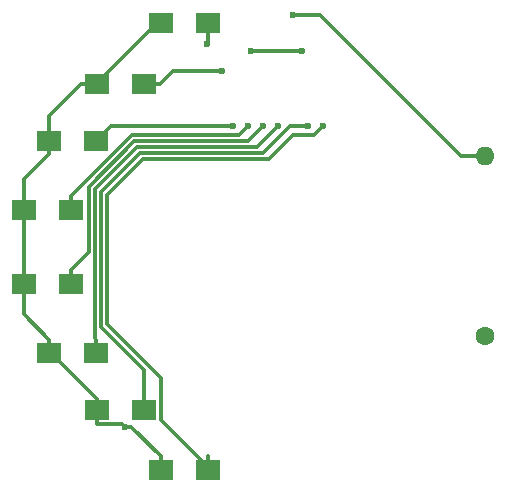
<source format=gbr>
G04 #@! TF.FileFunction,Copper,L1,Top,Signal*
%FSLAX46Y46*%
G04 Gerber Fmt 4.6, Leading zero omitted, Abs format (unit mm)*
G04 Created by KiCad (PCBNEW 4.0.6) date 04/30/18 18:34:21*
%MOMM*%
%LPD*%
G01*
G04 APERTURE LIST*
%ADD10C,0.100000*%
%ADD11R,2.000000X1.700000*%
%ADD12C,1.600000*%
%ADD13O,1.600000X1.600000*%
%ADD14C,0.600000*%
%ADD15C,0.300000*%
G04 APERTURE END LIST*
D10*
D11*
X-19726500Y-3171700D03*
X-15726500Y-3171700D03*
D12*
X19304000Y-7620000D03*
D13*
X19304000Y7620000D03*
D11*
X-8156400Y18868500D03*
X-4156400Y18868500D03*
X-19726500Y3079700D03*
X-15726500Y3079700D03*
X-8156400Y-18960500D03*
X-4156400Y-18960500D03*
X-13570200Y13742800D03*
X-9570200Y13742800D03*
X-17588500Y8954000D03*
X-13588500Y8954000D03*
X-17588500Y-9046000D03*
X-13588500Y-9046000D03*
X-13570200Y-13834800D03*
X-9570200Y-13834800D03*
D14*
X-11162500Y-15273800D03*
X-4241400Y17094600D03*
X-762000Y10160000D03*
X508000Y10160000D03*
X5598000Y10170000D03*
X-2936500Y14861300D03*
X-2022000Y10170000D03*
X1778000Y10160000D03*
X4318000Y10160000D03*
X3048000Y19558000D03*
X3810000Y16510000D03*
X-508000Y16576000D03*
D15*
X-17588500Y10104000D02*
X-17588500Y8954000D01*
X-17588500Y11024500D02*
X-17588500Y10104000D01*
X-14870200Y13742800D02*
X-17588500Y11024500D01*
X-13570200Y13742800D02*
X-14870200Y13742800D01*
X-19726500Y-5758000D02*
X-19726500Y-3171700D01*
X-17588500Y-7896000D02*
X-19726500Y-5758000D01*
X-17588500Y-9046000D02*
X-17588500Y-7896000D01*
X-19726500Y3079700D02*
X-19726500Y-3171700D01*
X-19726500Y5666000D02*
X-19726500Y3079700D01*
X-17588500Y7804000D02*
X-19726500Y5666000D01*
X-17588500Y8954000D02*
X-17588500Y7804000D01*
X-8156400Y18868500D02*
X-8306400Y18868500D01*
X-8156400Y18868500D02*
X-8306400Y18868500D01*
X-8306400Y18868500D02*
X-8444500Y18868500D01*
X-13570200Y-12914300D02*
X-13570200Y-13834800D01*
X-17438500Y-9046000D02*
X-13570200Y-12914300D01*
X-17588500Y-9046000D02*
X-17438500Y-9046000D01*
X-13570200Y-13834800D02*
X-13570200Y-15035100D01*
X-8156400Y-18960500D02*
X-8156400Y-17760200D01*
X-11401200Y-15035100D02*
X-11162500Y-15273800D01*
X-13570200Y-15035100D02*
X-11401200Y-15035100D01*
X-10642800Y-15273800D02*
X-8156400Y-17760200D01*
X-11162500Y-15273800D02*
X-10642800Y-15273800D01*
X-13432100Y13742800D02*
X-13501100Y13742800D01*
X-13501100Y13811900D02*
X-8444500Y18868500D01*
X-13501100Y13742800D02*
X-13501100Y13811900D01*
X-13501100Y13742800D02*
X-13570200Y13742800D01*
X-4156400Y18868500D02*
X-4156400Y17668200D01*
X-4156400Y17179600D02*
X-4241400Y17094600D01*
X-4156400Y17668200D02*
X-4156400Y17179600D01*
X-1539978Y9382022D02*
X-1061999Y9860001D01*
X-15726500Y4229744D02*
X-10574224Y9382022D01*
X-10574224Y9382022D02*
X-1539978Y9382022D01*
X-1061999Y9860001D02*
X-762000Y10160000D01*
X-15726500Y3079700D02*
X-15726500Y4229744D01*
X-14216011Y5033111D02*
X-14216011Y-511211D01*
X-10367113Y8882011D02*
X-14216011Y5033111D01*
X-15726500Y-2021700D02*
X-15726500Y-3171700D01*
X508000Y10160000D02*
X-769989Y8882011D01*
X-14216011Y-511211D02*
X-15726500Y-2021700D01*
X-769989Y8882011D02*
X-10367113Y8882011D01*
X3048000Y9398000D02*
X4826000Y9398000D01*
X4826000Y9398000D02*
X5598000Y10170000D01*
X1016000Y7366000D02*
X3048000Y9398000D01*
X-9652000Y7366000D02*
X1016000Y7366000D01*
X-12700000Y4318000D02*
X-9652000Y7366000D01*
X-12700000Y-6604000D02*
X-12700000Y4318000D01*
X-8128000Y-11176000D02*
X-12700000Y-6604000D01*
X-8128000Y-14732000D02*
X-8128000Y-11176000D01*
X-4156400Y-18703600D02*
X-8128000Y-14732000D01*
X-4156400Y-18960500D02*
X-4156400Y-18703600D01*
X-4156400Y-18960500D02*
X-4156400Y-17760200D01*
X-7101400Y14861300D02*
X-8219900Y13742800D01*
X-2936500Y14861300D02*
X-7101400Y14861300D01*
X-9570200Y13742800D02*
X-8219900Y13742800D01*
X-2022000Y10170000D02*
X-12372500Y10170000D01*
X-12372500Y10170000D02*
X-13588500Y8954000D01*
X-13588500Y-9046000D02*
X-13588500Y-7896000D01*
X-13588500Y-7896000D02*
X-13716000Y-7768500D01*
X-13716000Y-7768500D02*
X-13716000Y4826002D01*
X-13716000Y4826002D02*
X-10160002Y8382000D01*
X-10160002Y8382000D02*
X0Y8382000D01*
X0Y8382000D02*
X1778000Y10160000D01*
X-9570200Y-13834800D02*
X-9570200Y-10495800D01*
X508000Y7874000D02*
X2794000Y10160000D01*
X-9570200Y-10495800D02*
X-13208000Y-6858000D01*
X-13208000Y-6858000D02*
X-13208000Y4572000D01*
X-13208000Y4572000D02*
X-9906000Y7874000D01*
X2794000Y10160000D02*
X4318000Y10160000D01*
X-9906000Y7874000D02*
X508000Y7874000D01*
X5334000Y19558000D02*
X3048000Y19558000D01*
X17272000Y7620000D02*
X5334000Y19558000D01*
X19304000Y7620000D02*
X17272000Y7620000D01*
X-508000Y16576000D02*
X3744000Y16576000D01*
X3744000Y16576000D02*
X3810000Y16510000D01*
M02*

</source>
